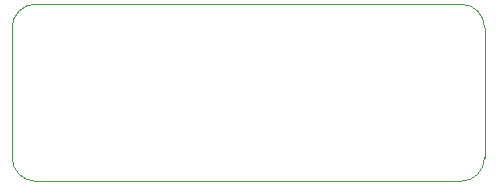
<source format=gbr>
%TF.GenerationSoftware,KiCad,Pcbnew,8.0.7*%
%TF.CreationDate,2026-02-24T14:52:02+05:30*%
%TF.ProjectId,IR Sensor,49522053-656e-4736-9f72-2e6b69636164,rev?*%
%TF.SameCoordinates,Original*%
%TF.FileFunction,Profile,NP*%
%FSLAX46Y46*%
G04 Gerber Fmt 4.6, Leading zero omitted, Abs format (unit mm)*
G04 Created by KiCad (PCBNEW 8.0.7) date 2026-02-24 14:52:02*
%MOMM*%
%LPD*%
G01*
G04 APERTURE LIST*
%TA.AperFunction,Profile*%
%ADD10C,0.050000*%
%TD*%
G04 APERTURE END LIST*
D10*
X149000000Y-55000000D02*
G75*
G02*
X151000000Y-57000000I0J-2000000D01*
G01*
X151000000Y-58000000D02*
X151000000Y-57000000D01*
X111000000Y-60000000D02*
X111000000Y-62000000D01*
X151000000Y-60000000D02*
X151000000Y-58000000D01*
X111000000Y-68000000D02*
X111000000Y-62000000D01*
X111000000Y-57000000D02*
G75*
G02*
X113000000Y-55000000I2000000J0D01*
G01*
X113000000Y-70000000D02*
G75*
G02*
X111000000Y-68000000I0J2000000D01*
G01*
X151000000Y-62000000D02*
X151000000Y-60000000D01*
X122000000Y-55000000D02*
X113000000Y-55000000D01*
X122000000Y-70000000D02*
X113000000Y-70000000D01*
X151000000Y-68000000D02*
G75*
G02*
X149000000Y-70000000I-2000000J0D01*
G01*
X122000000Y-55000000D02*
X149000000Y-55000000D01*
X111000000Y-57000000D02*
X111000000Y-58000000D01*
X151000000Y-62000000D02*
X151000000Y-68000000D01*
X149000000Y-70000000D02*
X122000000Y-70000000D01*
X111000000Y-58000000D02*
X111000000Y-60000000D01*
M02*

</source>
